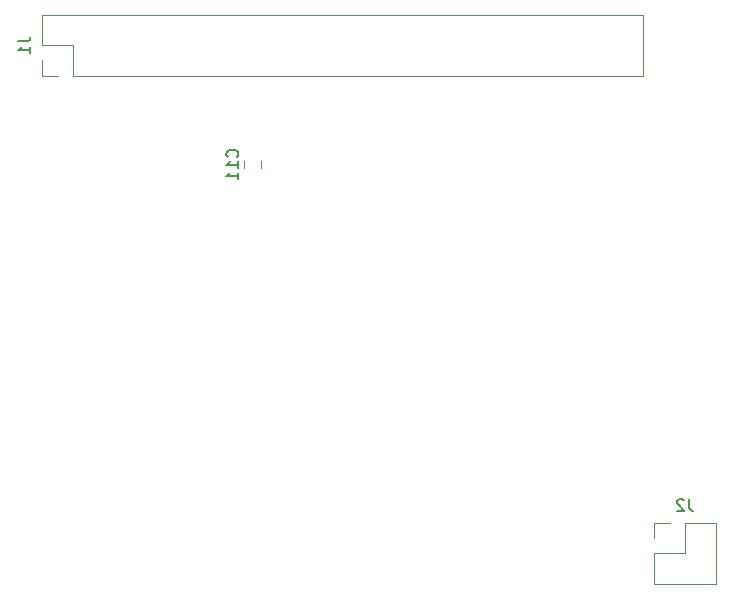
<source format=gbr>
%TF.GenerationSoftware,KiCad,Pcbnew,8.0.3-8.0.3-0~ubuntu23.10.1*%
%TF.CreationDate,2024-09-16T17:13:33+03:00*%
%TF.ProjectId,Raspberry Pi 5 shield,52617370-6265-4727-9279-205069203520,rev?*%
%TF.SameCoordinates,Original*%
%TF.FileFunction,Legend,Bot*%
%TF.FilePolarity,Positive*%
%FSLAX46Y46*%
G04 Gerber Fmt 4.6, Leading zero omitted, Abs format (unit mm)*
G04 Created by KiCad (PCBNEW 8.0.3-8.0.3-0~ubuntu23.10.1) date 2024-09-16 17:13:33*
%MOMM*%
%LPD*%
G01*
G04 APERTURE LIST*
%ADD10C,0.150000*%
%ADD11C,0.120000*%
G04 APERTURE END LIST*
D10*
X165973333Y-107954819D02*
X165973333Y-108669104D01*
X165973333Y-108669104D02*
X166020952Y-108811961D01*
X166020952Y-108811961D02*
X166116190Y-108907200D01*
X166116190Y-108907200D02*
X166259047Y-108954819D01*
X166259047Y-108954819D02*
X166354285Y-108954819D01*
X165544761Y-108050057D02*
X165497142Y-108002438D01*
X165497142Y-108002438D02*
X165401904Y-107954819D01*
X165401904Y-107954819D02*
X165163809Y-107954819D01*
X165163809Y-107954819D02*
X165068571Y-108002438D01*
X165068571Y-108002438D02*
X165020952Y-108050057D01*
X165020952Y-108050057D02*
X164973333Y-108145295D01*
X164973333Y-108145295D02*
X164973333Y-108240533D01*
X164973333Y-108240533D02*
X165020952Y-108383390D01*
X165020952Y-108383390D02*
X165592380Y-108954819D01*
X165592380Y-108954819D02*
X164973333Y-108954819D01*
X109194819Y-69206666D02*
X109909104Y-69206666D01*
X109909104Y-69206666D02*
X110051961Y-69159047D01*
X110051961Y-69159047D02*
X110147200Y-69063809D01*
X110147200Y-69063809D02*
X110194819Y-68920952D01*
X110194819Y-68920952D02*
X110194819Y-68825714D01*
X110194819Y-70206666D02*
X110194819Y-69635238D01*
X110194819Y-69920952D02*
X109194819Y-69920952D01*
X109194819Y-69920952D02*
X109337676Y-69825714D01*
X109337676Y-69825714D02*
X109432914Y-69730476D01*
X109432914Y-69730476D02*
X109480533Y-69635238D01*
X127711580Y-78979142D02*
X127759200Y-78931523D01*
X127759200Y-78931523D02*
X127806819Y-78788666D01*
X127806819Y-78788666D02*
X127806819Y-78693428D01*
X127806819Y-78693428D02*
X127759200Y-78550571D01*
X127759200Y-78550571D02*
X127663961Y-78455333D01*
X127663961Y-78455333D02*
X127568723Y-78407714D01*
X127568723Y-78407714D02*
X127378247Y-78360095D01*
X127378247Y-78360095D02*
X127235390Y-78360095D01*
X127235390Y-78360095D02*
X127044914Y-78407714D01*
X127044914Y-78407714D02*
X126949676Y-78455333D01*
X126949676Y-78455333D02*
X126854438Y-78550571D01*
X126854438Y-78550571D02*
X126806819Y-78693428D01*
X126806819Y-78693428D02*
X126806819Y-78788666D01*
X126806819Y-78788666D02*
X126854438Y-78931523D01*
X126854438Y-78931523D02*
X126902057Y-78979142D01*
X127806819Y-79931523D02*
X127806819Y-79360095D01*
X127806819Y-79645809D02*
X126806819Y-79645809D01*
X126806819Y-79645809D02*
X126949676Y-79550571D01*
X126949676Y-79550571D02*
X127044914Y-79455333D01*
X127044914Y-79455333D02*
X127092533Y-79360095D01*
X127806819Y-80883904D02*
X127806819Y-80312476D01*
X127806819Y-80598190D02*
X126806819Y-80598190D01*
X126806819Y-80598190D02*
X126949676Y-80502952D01*
X126949676Y-80502952D02*
X127044914Y-80407714D01*
X127044914Y-80407714D02*
X127092533Y-80312476D01*
D11*
%TO.C,J2*%
X163040000Y-109940000D02*
X164370000Y-109940000D01*
X163040000Y-111270000D02*
X163040000Y-109940000D01*
X163040000Y-112540000D02*
X165640000Y-112540000D01*
X163040000Y-115140000D02*
X163040000Y-112540000D01*
X163040000Y-115140000D02*
X168240000Y-115140000D01*
X165640000Y-109940000D02*
X168240000Y-109940000D01*
X165640000Y-112540000D02*
X165640000Y-109940000D01*
X168240000Y-115140000D02*
X168240000Y-109940000D01*
%TO.C,J1*%
X111180000Y-69540000D02*
X111180000Y-66940000D01*
X111180000Y-72140000D02*
X111180000Y-70810000D01*
X112510000Y-72140000D02*
X111180000Y-72140000D01*
X113780000Y-69540000D02*
X111180000Y-69540000D01*
X113780000Y-72140000D02*
X113780000Y-69540000D01*
X162100000Y-66940000D02*
X111180000Y-66940000D01*
X162100000Y-72140000D02*
X113780000Y-72140000D01*
X162100000Y-72140000D02*
X162100000Y-66940000D01*
%TO.C,C11*%
X128297000Y-79883252D02*
X128297000Y-79360748D01*
X129767000Y-79883252D02*
X129767000Y-79360748D01*
%TD*%
M02*

</source>
